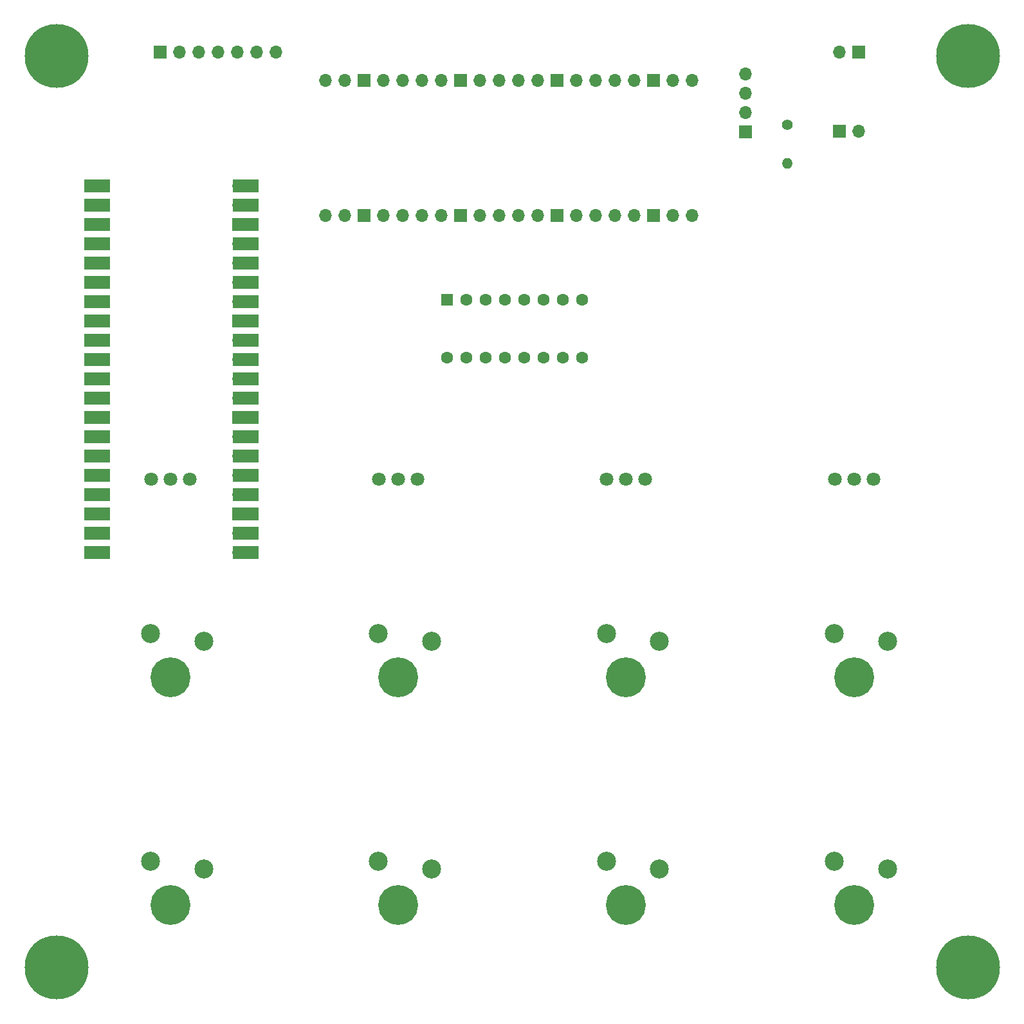
<source format=gbr>
%TF.GenerationSoftware,KiCad,Pcbnew,9.0.1*%
%TF.CreationDate,2025-04-30T14:28:43+02:00*%
%TF.ProjectId,Controller,436f6e74-726f-46c6-9c65-722e6b696361,rev?*%
%TF.SameCoordinates,Original*%
%TF.FileFunction,Soldermask,Bot*%
%TF.FilePolarity,Negative*%
%FSLAX46Y46*%
G04 Gerber Fmt 4.6, Leading zero omitted, Abs format (unit mm)*
G04 Created by KiCad (PCBNEW 9.0.1) date 2025-04-30 14:28:43*
%MOMM*%
%LPD*%
G01*
G04 APERTURE LIST*
G04 Aperture macros list*
%AMRoundRect*
0 Rectangle with rounded corners*
0 $1 Rounding radius*
0 $2 $3 $4 $5 $6 $7 $8 $9 X,Y pos of 4 corners*
0 Add a 4 corners polygon primitive as box body*
4,1,4,$2,$3,$4,$5,$6,$7,$8,$9,$2,$3,0*
0 Add four circle primitives for the rounded corners*
1,1,$1+$1,$2,$3*
1,1,$1+$1,$4,$5*
1,1,$1+$1,$6,$7*
1,1,$1+$1,$8,$9*
0 Add four rect primitives between the rounded corners*
20,1,$1+$1,$2,$3,$4,$5,0*
20,1,$1+$1,$4,$5,$6,$7,0*
20,1,$1+$1,$6,$7,$8,$9,0*
20,1,$1+$1,$8,$9,$2,$3,0*%
G04 Aperture macros list end*
%ADD10O,1.700000X1.700000*%
%ADD11R,1.700000X1.700000*%
%ADD12C,5.250000*%
%ADD13C,2.500000*%
%ADD14C,1.800000*%
%ADD15C,8.400000*%
%ADD16RoundRect,0.250000X-0.550000X0.550000X-0.550000X-0.550000X0.550000X-0.550000X0.550000X0.550000X0*%
%ADD17C,1.600000*%
%ADD18C,1.400000*%
%ADD19O,1.400000X1.400000*%
%ADD20R,3.500000X1.700000*%
G04 APERTURE END LIST*
D10*
%TO.C,DISPLAY1*%
X108480000Y-46030000D03*
X105940000Y-46030000D03*
D11*
X103400000Y-46030000D03*
D10*
X100860000Y-46030000D03*
X98320000Y-46030000D03*
X95780000Y-46030000D03*
X93240000Y-46030000D03*
D11*
X90700000Y-46030000D03*
D10*
X88160000Y-46030000D03*
X85620000Y-46030000D03*
X83080000Y-46030000D03*
X80540000Y-46030000D03*
D11*
X78000000Y-46030000D03*
D10*
X75460000Y-46030000D03*
X72920000Y-46030000D03*
X70380000Y-46030000D03*
X67840000Y-46030000D03*
D11*
X65300000Y-46030000D03*
D10*
X62760000Y-46030000D03*
X60220000Y-46030000D03*
X60220000Y-28250000D03*
X62760000Y-28250000D03*
D11*
X65300000Y-28250000D03*
D10*
X67840000Y-28250000D03*
X70380000Y-28250000D03*
X72920000Y-28250000D03*
X75460000Y-28250000D03*
D11*
X78000000Y-28250000D03*
D10*
X80540000Y-28250000D03*
X83080000Y-28250000D03*
X85620000Y-28250000D03*
X88160000Y-28250000D03*
D11*
X90700000Y-28250000D03*
D10*
X93240000Y-28250000D03*
X95780000Y-28250000D03*
X98320000Y-28250000D03*
X100860000Y-28250000D03*
D11*
X103400000Y-28250000D03*
D10*
X105940000Y-28250000D03*
X108480000Y-28250000D03*
%TD*%
D12*
%TO.C,SW4*%
X69750000Y-106776600D03*
D13*
X67150000Y-101026600D03*
X74150000Y-102076600D03*
%TD*%
D12*
%TO.C,SW5*%
X69750000Y-136776600D03*
D13*
X67150000Y-131026600D03*
X74150000Y-132076600D03*
%TD*%
D14*
%TO.C,RV4*%
X42290000Y-80740000D03*
X39750000Y-80740000D03*
X37210000Y-80740000D03*
%TD*%
D12*
%TO.C,SW6*%
X99750000Y-106776600D03*
D13*
X97150000Y-101026600D03*
X104150000Y-102076600D03*
%TD*%
D15*
%TO.C,HOLE_2*%
X144750000Y-25040000D03*
%TD*%
D12*
%TO.C,SW3*%
X39750000Y-136776600D03*
D13*
X37150000Y-131026600D03*
X44150000Y-132076600D03*
%TD*%
D14*
%TO.C,RV1*%
X132290000Y-80740000D03*
X129750000Y-80740000D03*
X127210000Y-80740000D03*
%TD*%
D12*
%TO.C,SW2*%
X39750000Y-106776600D03*
D13*
X37150000Y-101026600D03*
X44150000Y-102076600D03*
%TD*%
D15*
%TO.C,HOLE_1*%
X24750000Y-25040000D03*
%TD*%
D12*
%TO.C,SW7*%
X99750000Y-136776600D03*
D13*
X97150000Y-131026600D03*
X104150000Y-132076600D03*
%TD*%
D12*
%TO.C,SW8*%
X129750000Y-106776600D03*
D13*
X127150000Y-101026600D03*
X134150000Y-102076600D03*
%TD*%
D12*
%TO.C,SW9*%
X129750000Y-136776600D03*
D13*
X127150000Y-131026600D03*
X134150000Y-132076600D03*
%TD*%
D15*
%TO.C,HOLE_3*%
X24750000Y-145040000D03*
%TD*%
D14*
%TO.C,RV2*%
X102290000Y-80740000D03*
X99750000Y-80740000D03*
X97210000Y-80740000D03*
%TD*%
D15*
%TO.C,HOLE_4*%
X144750000Y-145040000D03*
%TD*%
D14*
%TO.C,RV3*%
X72290000Y-80740000D03*
X69750000Y-80740000D03*
X67210000Y-80740000D03*
%TD*%
D16*
%TO.C,Multiplexer1*%
X76210000Y-57110000D03*
D17*
X78750000Y-57110000D03*
X81290000Y-57110000D03*
X83830000Y-57110000D03*
X86370000Y-57110000D03*
X88910000Y-57110000D03*
X91450000Y-57110000D03*
X93990000Y-57110000D03*
X93990000Y-64730000D03*
X91450000Y-64730000D03*
X88910000Y-64730000D03*
X86370000Y-64730000D03*
X83830000Y-64730000D03*
X81290000Y-64730000D03*
X78750000Y-64730000D03*
X76210000Y-64730000D03*
%TD*%
D11*
%TO.C,ON/OFF-Switch1*%
X130400000Y-24500000D03*
D10*
X127860000Y-24500000D03*
%TD*%
D11*
%TO.C,R2*%
X127850000Y-34970000D03*
D10*
X130390000Y-34970000D03*
%TD*%
D11*
%TO.C,J1*%
X115500000Y-35000000D03*
D10*
X115500000Y-32460000D03*
X115500000Y-29920000D03*
X115500000Y-27380000D03*
%TD*%
D18*
%TO.C,LDR_R1*%
X121000000Y-34120000D03*
D19*
X121000000Y-39200000D03*
%TD*%
D10*
%TO.C,PICO-1*%
X48770000Y-42138900D03*
D20*
X49670000Y-42138900D03*
D10*
X48770000Y-44678900D03*
D20*
X49670000Y-44678900D03*
D11*
X48770000Y-47218900D03*
D20*
X49670000Y-47218900D03*
D10*
X48770000Y-49758900D03*
D20*
X49670000Y-49758900D03*
D10*
X48770000Y-52298900D03*
D20*
X49670000Y-52298900D03*
D10*
X48770000Y-54838900D03*
D20*
X49670000Y-54838900D03*
D10*
X48770000Y-57378900D03*
D20*
X49670000Y-57378900D03*
D11*
X48770000Y-59918900D03*
D20*
X49670000Y-59918900D03*
D10*
X48770000Y-62458900D03*
D20*
X49670000Y-62458900D03*
D10*
X48770000Y-64998900D03*
D20*
X49670000Y-64998900D03*
D10*
X48770000Y-67538900D03*
D20*
X49670000Y-67538900D03*
D10*
X48770000Y-70078900D03*
D20*
X49670000Y-70078900D03*
D11*
X48770000Y-72618900D03*
D20*
X49670000Y-72618900D03*
D10*
X48770000Y-75158900D03*
D20*
X49670000Y-75158900D03*
D10*
X48770000Y-77698900D03*
D20*
X49670000Y-77698900D03*
D10*
X48770000Y-80238900D03*
D20*
X49670000Y-80238900D03*
D10*
X48770000Y-82778900D03*
D20*
X49670000Y-82778900D03*
D11*
X48770000Y-85318900D03*
D20*
X49670000Y-85318900D03*
D10*
X48770000Y-87858900D03*
D20*
X49670000Y-87858900D03*
D10*
X48770000Y-90398900D03*
D20*
X49670000Y-90398900D03*
D10*
X30990000Y-90398900D03*
D20*
X30090000Y-90398900D03*
D10*
X30990000Y-87858900D03*
D20*
X30090000Y-87858900D03*
D11*
X30990000Y-85318900D03*
D20*
X30090000Y-85318900D03*
D10*
X30990000Y-82778900D03*
D20*
X30090000Y-82778900D03*
D10*
X30990000Y-80238900D03*
D20*
X30090000Y-80238900D03*
D10*
X30990000Y-77698900D03*
D20*
X30090000Y-77698900D03*
D10*
X30990000Y-75158900D03*
D20*
X30090000Y-75158900D03*
D11*
X30990000Y-72618900D03*
D20*
X30090000Y-72618900D03*
D10*
X30990000Y-70078900D03*
D20*
X30090000Y-70078900D03*
D10*
X30990000Y-67538900D03*
D20*
X30090000Y-67538900D03*
D10*
X30990000Y-64998900D03*
D20*
X30090000Y-64998900D03*
D10*
X30990000Y-62458900D03*
D20*
X30090000Y-62458900D03*
D11*
X30990000Y-59918900D03*
D20*
X30090000Y-59918900D03*
D10*
X30990000Y-57378900D03*
D20*
X30090000Y-57378900D03*
D10*
X30990000Y-54838900D03*
D20*
X30090000Y-54838900D03*
D10*
X30990000Y-52298900D03*
D20*
X30090000Y-52298900D03*
D10*
X30990000Y-49758900D03*
D20*
X30090000Y-49758900D03*
D11*
X30990000Y-47218900D03*
D20*
X30090000Y-47218900D03*
D10*
X30990000Y-44678900D03*
D20*
X30090000Y-44678900D03*
D10*
X30990000Y-42138900D03*
D20*
X30090000Y-42138900D03*
%TD*%
D11*
%TO.C,NFC-1*%
X38460000Y-24500000D03*
D10*
X41000000Y-24500000D03*
X43540000Y-24500000D03*
X46080000Y-24500000D03*
X48620000Y-24500000D03*
X51160000Y-24500000D03*
X53700000Y-24500000D03*
%TD*%
M02*

</source>
